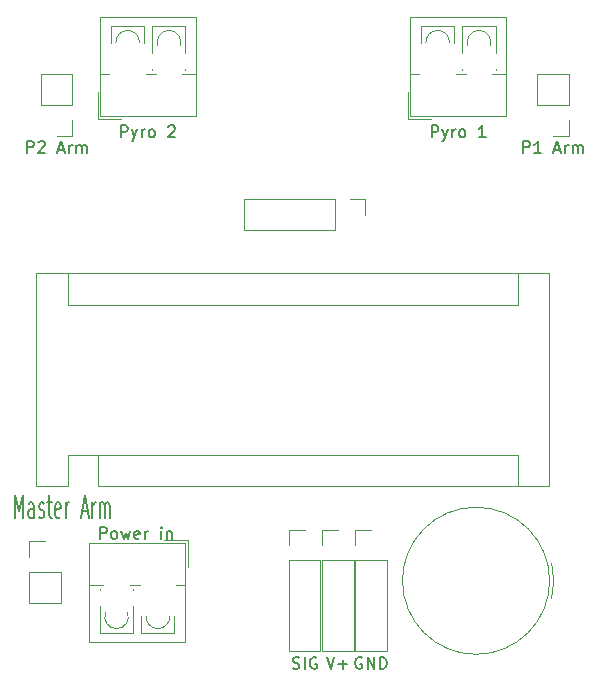
<source format=gbr>
%TF.GenerationSoftware,KiCad,Pcbnew,(6.0.1)*%
%TF.CreationDate,2022-02-20T15:56:06+01:00*%
%TF.ProjectId,NANOFC,4e414e4f-4643-42e6-9b69-6361645f7063,rev?*%
%TF.SameCoordinates,Original*%
%TF.FileFunction,Legend,Top*%
%TF.FilePolarity,Positive*%
%FSLAX46Y46*%
G04 Gerber Fmt 4.6, Leading zero omitted, Abs format (unit mm)*
G04 Created by KiCad (PCBNEW (6.0.1)) date 2022-02-20 15:56:06*
%MOMM*%
%LPD*%
G01*
G04 APERTURE LIST*
%ADD10C,0.150000*%
%ADD11C,0.200000*%
%ADD12C,0.120000*%
G04 APERTURE END LIST*
D10*
%TO.C,Pyro 2*%
X159438095Y-73452380D02*
X159438095Y-72452380D01*
X159819047Y-72452380D01*
X159914285Y-72500000D01*
X159961904Y-72547619D01*
X160009523Y-72642857D01*
X160009523Y-72785714D01*
X159961904Y-72880952D01*
X159914285Y-72928571D01*
X159819047Y-72976190D01*
X159438095Y-72976190D01*
X160342857Y-72785714D02*
X160580952Y-73452380D01*
X160819047Y-72785714D02*
X160580952Y-73452380D01*
X160485714Y-73690476D01*
X160438095Y-73738095D01*
X160342857Y-73785714D01*
X161200000Y-73452380D02*
X161200000Y-72785714D01*
X161200000Y-72976190D02*
X161247619Y-72880952D01*
X161295238Y-72833333D01*
X161390476Y-72785714D01*
X161485714Y-72785714D01*
X161961904Y-73452380D02*
X161866666Y-73404761D01*
X161819047Y-73357142D01*
X161771428Y-73261904D01*
X161771428Y-72976190D01*
X161819047Y-72880952D01*
X161866666Y-72833333D01*
X161961904Y-72785714D01*
X162104761Y-72785714D01*
X162200000Y-72833333D01*
X162247619Y-72880952D01*
X162295238Y-72976190D01*
X162295238Y-73261904D01*
X162247619Y-73357142D01*
X162200000Y-73404761D01*
X162104761Y-73452380D01*
X161961904Y-73452380D01*
X163438095Y-72547619D02*
X163485714Y-72500000D01*
X163580952Y-72452380D01*
X163819047Y-72452380D01*
X163914285Y-72500000D01*
X163961904Y-72547619D01*
X164009523Y-72642857D01*
X164009523Y-72738095D01*
X163961904Y-72880952D01*
X163390476Y-73452380D01*
X164009523Y-73452380D01*
D11*
%TO.C,Master Arm*%
X150500000Y-105704761D02*
X150500000Y-103704761D01*
X150833333Y-105133333D01*
X151166666Y-103704761D01*
X151166666Y-105704761D01*
X152071428Y-105704761D02*
X152071428Y-104657142D01*
X152023809Y-104466666D01*
X151928571Y-104371428D01*
X151738095Y-104371428D01*
X151642857Y-104466666D01*
X152071428Y-105609523D02*
X151976190Y-105704761D01*
X151738095Y-105704761D01*
X151642857Y-105609523D01*
X151595238Y-105419047D01*
X151595238Y-105228571D01*
X151642857Y-105038095D01*
X151738095Y-104942857D01*
X151976190Y-104942857D01*
X152071428Y-104847619D01*
X152500000Y-105609523D02*
X152595238Y-105704761D01*
X152785714Y-105704761D01*
X152880952Y-105609523D01*
X152928571Y-105419047D01*
X152928571Y-105323809D01*
X152880952Y-105133333D01*
X152785714Y-105038095D01*
X152642857Y-105038095D01*
X152547619Y-104942857D01*
X152500000Y-104752380D01*
X152500000Y-104657142D01*
X152547619Y-104466666D01*
X152642857Y-104371428D01*
X152785714Y-104371428D01*
X152880952Y-104466666D01*
X153214285Y-104371428D02*
X153595238Y-104371428D01*
X153357142Y-103704761D02*
X153357142Y-105419047D01*
X153404761Y-105609523D01*
X153500000Y-105704761D01*
X153595238Y-105704761D01*
X154309523Y-105609523D02*
X154214285Y-105704761D01*
X154023809Y-105704761D01*
X153928571Y-105609523D01*
X153880952Y-105419047D01*
X153880952Y-104657142D01*
X153928571Y-104466666D01*
X154023809Y-104371428D01*
X154214285Y-104371428D01*
X154309523Y-104466666D01*
X154357142Y-104657142D01*
X154357142Y-104847619D01*
X153880952Y-105038095D01*
X154785714Y-105704761D02*
X154785714Y-104371428D01*
X154785714Y-104752380D02*
X154833333Y-104561904D01*
X154880952Y-104466666D01*
X154976190Y-104371428D01*
X155071428Y-104371428D01*
X156119047Y-105133333D02*
X156595238Y-105133333D01*
X156023809Y-105704761D02*
X156357142Y-103704761D01*
X156690476Y-105704761D01*
X157023809Y-105704761D02*
X157023809Y-104371428D01*
X157023809Y-104752380D02*
X157071428Y-104561904D01*
X157119047Y-104466666D01*
X157214285Y-104371428D01*
X157309523Y-104371428D01*
X157642857Y-105704761D02*
X157642857Y-104371428D01*
X157642857Y-104561904D02*
X157690476Y-104466666D01*
X157785714Y-104371428D01*
X157928571Y-104371428D01*
X158023809Y-104466666D01*
X158071428Y-104657142D01*
X158071428Y-105704761D01*
X158071428Y-104657142D02*
X158119047Y-104466666D01*
X158214285Y-104371428D01*
X158357142Y-104371428D01*
X158452380Y-104466666D01*
X158500000Y-104657142D01*
X158500000Y-105704761D01*
D10*
%TO.C,GND*%
X179838095Y-117500000D02*
X179742857Y-117452380D01*
X179600000Y-117452380D01*
X179457142Y-117500000D01*
X179361904Y-117595238D01*
X179314285Y-117690476D01*
X179266666Y-117880952D01*
X179266666Y-118023809D01*
X179314285Y-118214285D01*
X179361904Y-118309523D01*
X179457142Y-118404761D01*
X179600000Y-118452380D01*
X179695238Y-118452380D01*
X179838095Y-118404761D01*
X179885714Y-118357142D01*
X179885714Y-118023809D01*
X179695238Y-118023809D01*
X180314285Y-118452380D02*
X180314285Y-117452380D01*
X180885714Y-118452380D01*
X180885714Y-117452380D01*
X181361904Y-118452380D02*
X181361904Y-117452380D01*
X181600000Y-117452380D01*
X181742857Y-117500000D01*
X181838095Y-117595238D01*
X181885714Y-117690476D01*
X181933333Y-117880952D01*
X181933333Y-118023809D01*
X181885714Y-118214285D01*
X181838095Y-118309523D01*
X181742857Y-118404761D01*
X181600000Y-118452380D01*
X181361904Y-118452380D01*
%TO.C,P1 Arm*%
X193476190Y-74782380D02*
X193476190Y-73782380D01*
X193857142Y-73782380D01*
X193952380Y-73830000D01*
X194000000Y-73877619D01*
X194047619Y-73972857D01*
X194047619Y-74115714D01*
X194000000Y-74210952D01*
X193952380Y-74258571D01*
X193857142Y-74306190D01*
X193476190Y-74306190D01*
X195000000Y-74782380D02*
X194428571Y-74782380D01*
X194714285Y-74782380D02*
X194714285Y-73782380D01*
X194619047Y-73925238D01*
X194523809Y-74020476D01*
X194428571Y-74068095D01*
X196142857Y-74496666D02*
X196619047Y-74496666D01*
X196047619Y-74782380D02*
X196380952Y-73782380D01*
X196714285Y-74782380D01*
X197047619Y-74782380D02*
X197047619Y-74115714D01*
X197047619Y-74306190D02*
X197095238Y-74210952D01*
X197142857Y-74163333D01*
X197238095Y-74115714D01*
X197333333Y-74115714D01*
X197666666Y-74782380D02*
X197666666Y-74115714D01*
X197666666Y-74210952D02*
X197714285Y-74163333D01*
X197809523Y-74115714D01*
X197952380Y-74115714D01*
X198047619Y-74163333D01*
X198095238Y-74258571D01*
X198095238Y-74782380D01*
X198095238Y-74258571D02*
X198142857Y-74163333D01*
X198238095Y-74115714D01*
X198380952Y-74115714D01*
X198476190Y-74163333D01*
X198523809Y-74258571D01*
X198523809Y-74782380D01*
%TO.C,V+*%
X176847619Y-117452380D02*
X177180952Y-118452380D01*
X177514285Y-117452380D01*
X177847619Y-118071428D02*
X178609523Y-118071428D01*
X178228571Y-118452380D02*
X178228571Y-117690476D01*
%TO.C,Pyro 1*%
X185738095Y-73452380D02*
X185738095Y-72452380D01*
X186119047Y-72452380D01*
X186214285Y-72500000D01*
X186261904Y-72547619D01*
X186309523Y-72642857D01*
X186309523Y-72785714D01*
X186261904Y-72880952D01*
X186214285Y-72928571D01*
X186119047Y-72976190D01*
X185738095Y-72976190D01*
X186642857Y-72785714D02*
X186880952Y-73452380D01*
X187119047Y-72785714D02*
X186880952Y-73452380D01*
X186785714Y-73690476D01*
X186738095Y-73738095D01*
X186642857Y-73785714D01*
X187500000Y-73452380D02*
X187500000Y-72785714D01*
X187500000Y-72976190D02*
X187547619Y-72880952D01*
X187595238Y-72833333D01*
X187690476Y-72785714D01*
X187785714Y-72785714D01*
X188261904Y-73452380D02*
X188166666Y-73404761D01*
X188119047Y-73357142D01*
X188071428Y-73261904D01*
X188071428Y-72976190D01*
X188119047Y-72880952D01*
X188166666Y-72833333D01*
X188261904Y-72785714D01*
X188404761Y-72785714D01*
X188500000Y-72833333D01*
X188547619Y-72880952D01*
X188595238Y-72976190D01*
X188595238Y-73261904D01*
X188547619Y-73357142D01*
X188500000Y-73404761D01*
X188404761Y-73452380D01*
X188261904Y-73452380D01*
X190309523Y-73452380D02*
X189738095Y-73452380D01*
X190023809Y-73452380D02*
X190023809Y-72452380D01*
X189928571Y-72595238D01*
X189833333Y-72690476D01*
X189738095Y-72738095D01*
%TO.C,Power in*%
X157652380Y-107452380D02*
X157652380Y-106452380D01*
X158033333Y-106452380D01*
X158128571Y-106500000D01*
X158176190Y-106547619D01*
X158223809Y-106642857D01*
X158223809Y-106785714D01*
X158176190Y-106880952D01*
X158128571Y-106928571D01*
X158033333Y-106976190D01*
X157652380Y-106976190D01*
X158795238Y-107452380D02*
X158700000Y-107404761D01*
X158652380Y-107357142D01*
X158604761Y-107261904D01*
X158604761Y-106976190D01*
X158652380Y-106880952D01*
X158700000Y-106833333D01*
X158795238Y-106785714D01*
X158938095Y-106785714D01*
X159033333Y-106833333D01*
X159080952Y-106880952D01*
X159128571Y-106976190D01*
X159128571Y-107261904D01*
X159080952Y-107357142D01*
X159033333Y-107404761D01*
X158938095Y-107452380D01*
X158795238Y-107452380D01*
X159461904Y-106785714D02*
X159652380Y-107452380D01*
X159842857Y-106976190D01*
X160033333Y-107452380D01*
X160223809Y-106785714D01*
X160985714Y-107404761D02*
X160890476Y-107452380D01*
X160700000Y-107452380D01*
X160604761Y-107404761D01*
X160557142Y-107309523D01*
X160557142Y-106928571D01*
X160604761Y-106833333D01*
X160700000Y-106785714D01*
X160890476Y-106785714D01*
X160985714Y-106833333D01*
X161033333Y-106928571D01*
X161033333Y-107023809D01*
X160557142Y-107119047D01*
X161461904Y-107452380D02*
X161461904Y-106785714D01*
X161461904Y-106976190D02*
X161509523Y-106880952D01*
X161557142Y-106833333D01*
X161652380Y-106785714D01*
X161747619Y-106785714D01*
X162842857Y-107452380D02*
X162842857Y-106785714D01*
X162842857Y-106452380D02*
X162795238Y-106500000D01*
X162842857Y-106547619D01*
X162890476Y-106500000D01*
X162842857Y-106452380D01*
X162842857Y-106547619D01*
X163319047Y-106785714D02*
X163319047Y-107452380D01*
X163319047Y-106880952D02*
X163366666Y-106833333D01*
X163461904Y-106785714D01*
X163604761Y-106785714D01*
X163700000Y-106833333D01*
X163747619Y-106928571D01*
X163747619Y-107452380D01*
%TO.C,P2 Arm*%
X151476190Y-74782380D02*
X151476190Y-73782380D01*
X151857142Y-73782380D01*
X151952380Y-73830000D01*
X152000000Y-73877619D01*
X152047619Y-73972857D01*
X152047619Y-74115714D01*
X152000000Y-74210952D01*
X151952380Y-74258571D01*
X151857142Y-74306190D01*
X151476190Y-74306190D01*
X152428571Y-73877619D02*
X152476190Y-73830000D01*
X152571428Y-73782380D01*
X152809523Y-73782380D01*
X152904761Y-73830000D01*
X152952380Y-73877619D01*
X153000000Y-73972857D01*
X153000000Y-74068095D01*
X152952380Y-74210952D01*
X152380952Y-74782380D01*
X153000000Y-74782380D01*
X154142857Y-74496666D02*
X154619047Y-74496666D01*
X154047619Y-74782380D02*
X154380952Y-73782380D01*
X154714285Y-74782380D01*
X155047619Y-74782380D02*
X155047619Y-74115714D01*
X155047619Y-74306190D02*
X155095238Y-74210952D01*
X155142857Y-74163333D01*
X155238095Y-74115714D01*
X155333333Y-74115714D01*
X155666666Y-74782380D02*
X155666666Y-74115714D01*
X155666666Y-74210952D02*
X155714285Y-74163333D01*
X155809523Y-74115714D01*
X155952380Y-74115714D01*
X156047619Y-74163333D01*
X156095238Y-74258571D01*
X156095238Y-74782380D01*
X156095238Y-74258571D02*
X156142857Y-74163333D01*
X156238095Y-74115714D01*
X156380952Y-74115714D01*
X156476190Y-74163333D01*
X156523809Y-74258571D01*
X156523809Y-74782380D01*
%TO.C,SIG*%
X173976190Y-118404761D02*
X174119047Y-118452380D01*
X174357142Y-118452380D01*
X174452380Y-118404761D01*
X174500000Y-118357142D01*
X174547619Y-118261904D01*
X174547619Y-118166666D01*
X174500000Y-118071428D01*
X174452380Y-118023809D01*
X174357142Y-117976190D01*
X174166666Y-117928571D01*
X174071428Y-117880952D01*
X174023809Y-117833333D01*
X173976190Y-117738095D01*
X173976190Y-117642857D01*
X174023809Y-117547619D01*
X174071428Y-117500000D01*
X174166666Y-117452380D01*
X174404761Y-117452380D01*
X174547619Y-117500000D01*
X174976190Y-118452380D02*
X174976190Y-117452380D01*
X175976190Y-117500000D02*
X175880952Y-117452380D01*
X175738095Y-117452380D01*
X175595238Y-117500000D01*
X175500000Y-117595238D01*
X175452380Y-117690476D01*
X175404761Y-117880952D01*
X175404761Y-118023809D01*
X175452380Y-118214285D01*
X175500000Y-118309523D01*
X175595238Y-118404761D01*
X175738095Y-118452380D01*
X175833333Y-118452380D01*
X175976190Y-118404761D01*
X176023809Y-118357142D01*
X176023809Y-118023809D01*
X175833333Y-118023809D01*
D12*
%TO.C,Pyro 2*%
X158600000Y-64000000D02*
X161400000Y-64000000D01*
X165810000Y-63240000D02*
X165810000Y-71660000D01*
X164900000Y-64000000D02*
X164900000Y-66311000D01*
X158600000Y-64000000D02*
X158600000Y-65460000D01*
X157690000Y-68101000D02*
X158460000Y-68101000D01*
X161540000Y-68101000D02*
X162367000Y-68101000D01*
X164900000Y-67689000D02*
X164900000Y-67750000D01*
X157450000Y-69660000D02*
X157450000Y-71900000D01*
X164900000Y-67750000D02*
X164900000Y-67750000D01*
X157690000Y-63240000D02*
X157690000Y-71660000D01*
X164634000Y-68101000D02*
X165810000Y-68101000D01*
X162100000Y-67750000D02*
X162101000Y-67750000D01*
X157450000Y-71900000D02*
X159450000Y-71900000D01*
X162100000Y-67689000D02*
X162100000Y-67750000D01*
X161400000Y-64000000D02*
X161400000Y-65460000D01*
X162100000Y-64000000D02*
X164900000Y-64000000D01*
X157690000Y-71660000D02*
X165810000Y-71660000D01*
X162100000Y-64000000D02*
X162100000Y-66311000D01*
X157690000Y-63240000D02*
X165810000Y-63240000D01*
X164440000Y-65742000D02*
G75*
G03*
X162560085Y-65742233I-940000J342000D01*
G01*
X160998000Y-65469000D02*
G75*
G03*
X159002110Y-65470566I-998000J69000D01*
G01*
%TO.C,Master Arm*%
X151670000Y-112870000D02*
X154330000Y-112870000D01*
X154330000Y-110270000D02*
X154330000Y-112870000D01*
X151670000Y-110270000D02*
X151670000Y-112870000D01*
X151670000Y-110270000D02*
X154330000Y-110270000D01*
X151670000Y-109000000D02*
X151670000Y-107670000D01*
X151670000Y-107670000D02*
X153000000Y-107670000D01*
%TO.C,BZ1*%
X195900000Y-112500000D02*
G75*
G03*
X195900000Y-109500001I-6400010J1499999D01*
G01*
X195730000Y-111000000D02*
G75*
G03*
X195730000Y-111000000I-6230000J0D01*
G01*
%TO.C,J3*%
X178800000Y-78670000D02*
X180130000Y-78670000D01*
X177530000Y-78670000D02*
X169850000Y-78670000D01*
X177530000Y-81330000D02*
X169850000Y-81330000D01*
X169850000Y-78670000D02*
X169850000Y-81330000D01*
X180130000Y-78670000D02*
X180130000Y-80000000D01*
X177530000Y-78670000D02*
X177530000Y-81330000D01*
%TO.C,GND*%
X181930000Y-109270000D02*
X181930000Y-116950000D01*
X179270000Y-109270000D02*
X181930000Y-109270000D01*
X179270000Y-106670000D02*
X180600000Y-106670000D01*
X179270000Y-108000000D02*
X179270000Y-106670000D01*
X179270000Y-116950000D02*
X181930000Y-116950000D01*
X179270000Y-109270000D02*
X179270000Y-116950000D01*
%TO.C,A1*%
X193040000Y-100320000D02*
X193040000Y-102990000D01*
X154940000Y-87620000D02*
X154940000Y-84950000D01*
X195710000Y-84950000D02*
X152270000Y-84950000D01*
X152270000Y-102990000D02*
X154940000Y-102990000D01*
X157480000Y-102990000D02*
X195710000Y-102990000D01*
X157480000Y-100320000D02*
X157480000Y-102990000D01*
X154940000Y-87620000D02*
X193040000Y-87620000D01*
X193040000Y-87620000D02*
X193040000Y-84950000D01*
X157480000Y-100320000D02*
X193040000Y-100320000D01*
X152270000Y-84950000D02*
X152270000Y-102990000D01*
X154940000Y-100320000D02*
X154940000Y-102990000D01*
X157480000Y-100320000D02*
X154940000Y-100320000D01*
X195710000Y-102990000D02*
X195710000Y-84950000D01*
%TO.C,P1 Arm*%
X197330000Y-72000000D02*
X197330000Y-73330000D01*
X197330000Y-68130000D02*
X194670000Y-68130000D01*
X194670000Y-70730000D02*
X194670000Y-68130000D01*
X197330000Y-73330000D02*
X196000000Y-73330000D01*
X197330000Y-70730000D02*
X197330000Y-68130000D01*
X197330000Y-70730000D02*
X194670000Y-70730000D01*
%TO.C,V+*%
X176470000Y-106670000D02*
X177800000Y-106670000D01*
X176470000Y-108000000D02*
X176470000Y-106670000D01*
X176470000Y-109270000D02*
X179130000Y-109270000D01*
X176470000Y-109270000D02*
X176470000Y-116950000D01*
X176470000Y-116950000D02*
X179130000Y-116950000D01*
X179130000Y-109270000D02*
X179130000Y-116950000D01*
%TO.C,Pyro 1*%
X191150000Y-67750000D02*
X191150000Y-67750000D01*
X183940000Y-71660000D02*
X192060000Y-71660000D01*
X188350000Y-67689000D02*
X188350000Y-67750000D01*
X184850000Y-64000000D02*
X184850000Y-65460000D01*
X188350000Y-67750000D02*
X188351000Y-67750000D01*
X183940000Y-68101000D02*
X184710000Y-68101000D01*
X184850000Y-64000000D02*
X187650000Y-64000000D01*
X191150000Y-67689000D02*
X191150000Y-67750000D01*
X183700000Y-69660000D02*
X183700000Y-71900000D01*
X190884000Y-68101000D02*
X192060000Y-68101000D01*
X188350000Y-64000000D02*
X188350000Y-66311000D01*
X192060000Y-63240000D02*
X192060000Y-71660000D01*
X187650000Y-64000000D02*
X187650000Y-65460000D01*
X187790000Y-68101000D02*
X188617000Y-68101000D01*
X191150000Y-64000000D02*
X191150000Y-66311000D01*
X183940000Y-63240000D02*
X183940000Y-71660000D01*
X183940000Y-63240000D02*
X192060000Y-63240000D01*
X188350000Y-64000000D02*
X191150000Y-64000000D01*
X183700000Y-71900000D02*
X185700000Y-71900000D01*
X190690000Y-65742000D02*
G75*
G03*
X188810085Y-65742233I-940000J342000D01*
G01*
X187248000Y-65469000D02*
G75*
G03*
X185252110Y-65470566I-998000J69000D01*
G01*
%TO.C,Power in*%
X157660000Y-115455000D02*
X157660000Y-113144000D01*
X157926000Y-111354000D02*
X156750000Y-111354000D01*
X164870000Y-116215000D02*
X164870000Y-107795000D01*
X160460000Y-111705000D02*
X160459000Y-111705000D01*
X164870000Y-116215000D02*
X156750000Y-116215000D01*
X160460000Y-115455000D02*
X160460000Y-113144000D01*
X160460000Y-111766000D02*
X160460000Y-111705000D01*
X161160000Y-115455000D02*
X161160000Y-113995000D01*
X157660000Y-111705000D02*
X157660000Y-111705000D01*
X165110000Y-109795000D02*
X165110000Y-107555000D01*
X164870000Y-111354000D02*
X164100000Y-111354000D01*
X165110000Y-107555000D02*
X163110000Y-107555000D01*
X157660000Y-111766000D02*
X157660000Y-111705000D01*
X160460000Y-115455000D02*
X157660000Y-115455000D01*
X164870000Y-107795000D02*
X156750000Y-107795000D01*
X163960000Y-115455000D02*
X161160000Y-115455000D01*
X156750000Y-116215000D02*
X156750000Y-107795000D01*
X163960000Y-115455000D02*
X163960000Y-113995000D01*
X161020000Y-111354000D02*
X160193000Y-111354000D01*
X158120000Y-113713000D02*
G75*
G03*
X159999915Y-113712767I940000J-342000D01*
G01*
X161562000Y-113986000D02*
G75*
G03*
X163557890Y-113984434I998000J-69000D01*
G01*
%TO.C,P2 Arm*%
X155330000Y-73330000D02*
X154000000Y-73330000D01*
X155330000Y-72000000D02*
X155330000Y-73330000D01*
X152670000Y-70730000D02*
X152670000Y-68130000D01*
X155330000Y-70730000D02*
X155330000Y-68130000D01*
X155330000Y-70730000D02*
X152670000Y-70730000D01*
X155330000Y-68130000D02*
X152670000Y-68130000D01*
%TO.C,SIG*%
X176330000Y-109270000D02*
X176330000Y-116950000D01*
X173670000Y-109270000D02*
X173670000Y-116950000D01*
X173670000Y-116950000D02*
X176330000Y-116950000D01*
X173670000Y-109270000D02*
X176330000Y-109270000D01*
X173670000Y-108000000D02*
X173670000Y-106670000D01*
X173670000Y-106670000D02*
X175000000Y-106670000D01*
%TD*%
M02*

</source>
